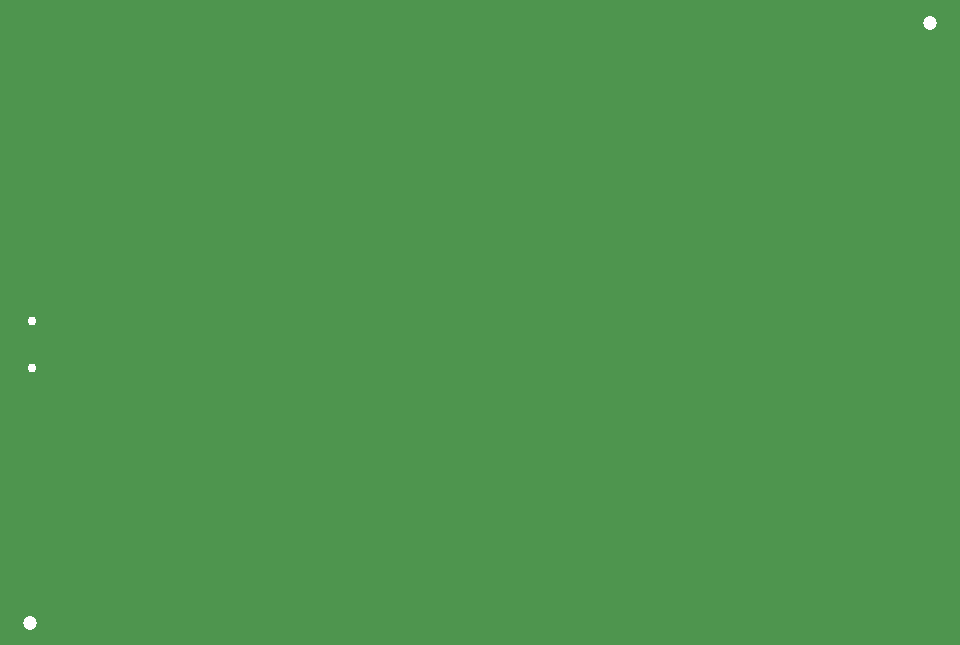
<source format=gbs>
G04 EAGLE Gerber RS-274X export*
G75*
%MOMM*%
%FSLAX34Y34*%
%LPD*%
%INSoldermask Bottom*%
%IPNEG*%
%AMOC8*
5,1,8,0,0,1.08239X$1,22.5*%
G01*
%ADD10C,1.203200*%
%ADD11C,0.753200*%


D10*
X797000Y543000D03*
X35000Y35000D03*
D11*
X36740Y290510D03*
X36740Y250510D03*
M02*

</source>
